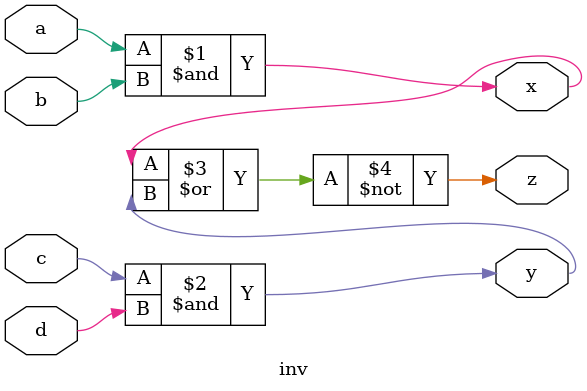
<source format=v>
`timescale 1ns / 1ps

module inv(
    input a,
    input b,
    input c,
    input d,
    output x,
    output y,
    output z
);
    
assign x = a&b;
assign y = c&d;
assign z = ~(x|y);

endmodule
</source>
